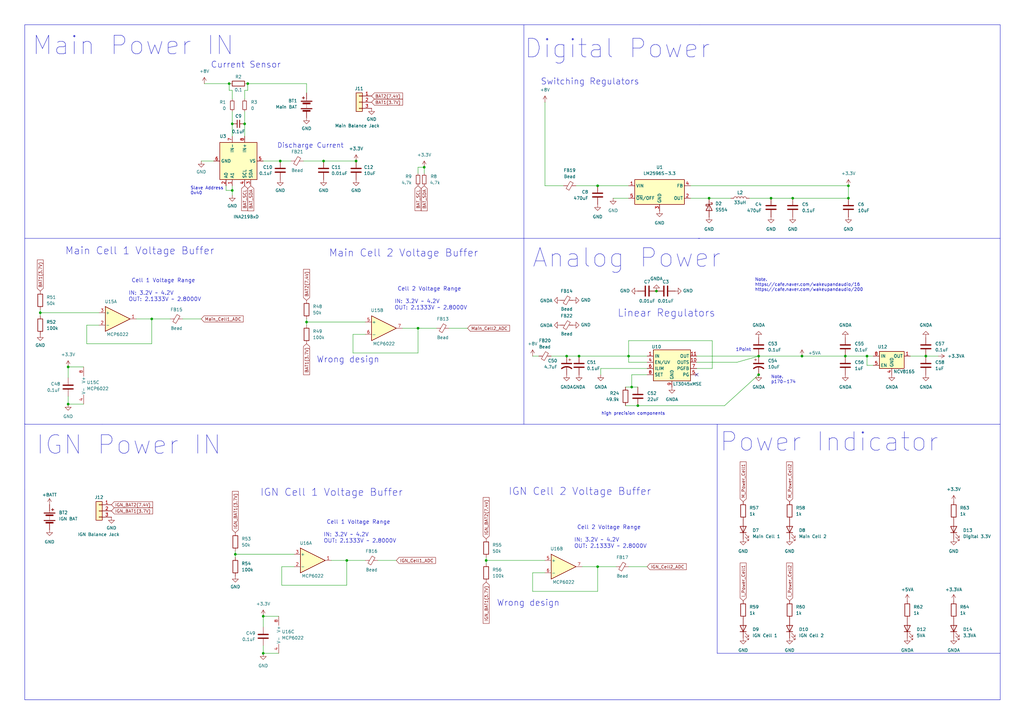
<source format=kicad_sch>
(kicad_sch (version 20231120) (generator "eeschema") (generator_version "8.0")
  (paper "A3")
  (title_block (title "Main Power") (date "2024-08-29") (rev "1.0"))
  (junction (at 269.24 119.38))
  (junction (at 328.93 146.05))
  (junction (at 316.23 81.28))
  (junction (at 62.23 130.81))
  (junction (at 101.6 34.29))
  (junction (at 171.45 134.62))
  (junction (at 95.25 50.8))
  (junction (at 27.94 150.495))
  (junction (at 325.12 81.28))
  (junction (at 346.71 146.05))
  (junction (at 347.98 81.28))
  (junction (at 132.715 66.04))
  (junction (at 173.99 68.58))
  (junction (at 96.52 227.33))
  (junction (at 107.95 252.73))
  (junction (at 347.98 76.2))
  (junction (at 245.11 232.41))
  (junction (at 257.81 146.05))
  (junction (at 114.935 66.04))
  (junction (at 232.41 146.05))
  (junction (at 355.6 146.05))
  (junction (at 290.83 81.28))
  (junction (at 245.11 76.2))
  (junction (at 311.15 153.67))
  (junction (at 125.73 132.08))
  (junction (at 379.73 146.05))
  (junction (at 27.94 165.735))
  (junction (at 95.25 78.105))
  (junction (at 93.98 34.29))
  (junction (at 259.08 158.75))
  (junction (at 261.62 166.37))
  (junction (at 107.95 267.97))
  (junction (at 146.05 66.04))
  (junction (at 142.24 229.87))
  (junction (at 237.49 146.05))
  (junction (at 100.33 50.8))
  (junction (at 199.39 229.87))
  (junction (at 16.51 128.27))
  (junction (at 311.15 146.05))
  (no_connect (at 285.75 153.67))
  (wire (pts (xy 95.25 50.8) (xy 95.25 55.88)))
  (wire (pts (xy 96.52 227.33) (xy 96.52 228.6)))
  (wire (pts (xy 251.46 81.28) (xy 257.81 81.28)))
  (wire (pts (xy 245.11 242.57) (xy 245.11 232.41)))
  (polyline (pts (xy 10.16 200.66) (xy 10.16 287.02)))
  (wire (pts (xy 16.51 128.27) (xy 40.64 128.27)))
  (wire (pts (xy 144.78 137.16) (xy 144.78 144.78)))
  (wire (pts (xy 184.15 134.62) (xy 191.77 134.62)))
  (wire (pts (xy 171.45 71.12) (xy 171.45 68.58)))
  (wire (pts (xy 355.6 149.86) (xy 355.6 146.05)))
  (wire (pts (xy 125.73 130.81) (xy 125.73 132.08)))
  (polyline (pts (xy 286.385 97.79) (xy 410.21 97.79)))
  (wire (pts (xy 95.25 37.084) (xy 93.98 37.084)))
  (wire (pts (xy 92.71 76.2) (xy 92.71 78.105)))
  (wire (pts (xy 328.93 146.05) (xy 346.71 146.05)))
  (wire (pts (xy 16.51 127) (xy 16.51 128.27)))
  (wire (pts (xy 236.22 76.2) (xy 245.11 76.2)))
  (wire (pts (xy 256.54 158.75) (xy 259.08 158.75)))
  (wire (pts (xy 92.71 78.105) (xy 95.25 78.105)))
  (wire (pts (xy 62.23 130.81) (xy 55.88 130.81)))
  (wire (pts (xy 96.52 227.33) (xy 120.65 227.33)))
  (wire (pts (xy 100.33 45.72) (xy 100.33 50.8)))
  (wire (pts (xy 142.24 240.03) (xy 142.24 229.87)))
  (wire (pts (xy 355.6 146.05) (xy 358.14 146.05)))
  (wire (pts (xy 96.52 226.06) (xy 96.52 227.33)))
  (wire (pts (xy 95.25 37.084) (xy 95.25 40.64)))
  (wire (pts (xy 27.94 150.495) (xy 27.94 154.94)))
  (wire (pts (xy 223.52 234.95) (xy 218.44 234.95)))
  (wire (pts (xy 120.65 232.41) (xy 115.57 232.41)))
  (wire (pts (xy 142.24 229.87) (xy 135.89 229.87)))
  (wire (pts (xy 107.95 66.04) (xy 114.935 66.04)))
  (wire (pts (xy 379.73 146.05) (xy 384.81 146.05)))
  (polyline (pts (xy 10.16 173.99) (xy 10.16 173.736)))
  (wire (pts (xy 199.39 228.6) (xy 199.39 229.87)))
  (wire (pts (xy 171.45 68.58) (xy 173.99 68.58)))
  (wire (pts (xy 199.39 229.87) (xy 223.52 229.87)))
  (wire (pts (xy 307.34 81.28) (xy 316.23 81.28)))
  (polyline (pts (xy 41.91 173.99) (xy 214.884 173.99)))
  (wire (pts (xy 100.33 50.8) (xy 100.33 55.88)))
  (wire (pts (xy 245.11 232.41) (xy 252.73 232.41)))
  (wire (pts (xy 246.38 151.13) (xy 265.43 151.13)))
  (polyline (pts (xy 410.21 10.16) (xy 287.02 10.16)))
  (wire (pts (xy 154.94 229.87) (xy 162.56 229.87)))
  (wire (pts (xy 259.08 158.75) (xy 259.08 153.67)))
  (polyline (pts (xy 410.21 97.79) (xy 410.21 10.16)))
  (wire (pts (xy 74.93 130.81) (xy 82.55 130.81)))
  (wire (pts (xy 125.73 34.29) (xy 125.73 38.1)))
  (wire (pts (xy 316.23 81.28) (xy 325.12 81.28)))
  (wire (pts (xy 245.11 76.2) (xy 257.81 76.2)))
  (polyline (pts (xy 214.884 173.99) (xy 410.21 173.99)))
  (wire (pts (xy 347.98 76.2) (xy 347.98 81.28)))
  (wire (pts (xy 107.95 267.97) (xy 107.95 264.795)))
  (wire (pts (xy 132.715 66.04) (xy 146.05 66.04)))
  (wire (pts (xy 27.94 165.735) (xy 27.94 162.56)))
  (wire (pts (xy 259.08 153.67) (xy 265.43 153.67)))
  (wire (pts (xy 35.56 140.97) (xy 62.23 140.97)))
  (wire (pts (xy 358.14 149.86) (xy 355.6 149.86)))
  (wire (pts (xy 149.86 137.16) (xy 144.78 137.16)))
  (wire (pts (xy 283.21 76.2) (xy 347.98 76.2)))
  (wire (pts (xy 16.51 128.27) (xy 16.51 129.54)))
  (wire (pts (xy 82.55 66.04) (xy 87.63 66.04)))
  (wire (pts (xy 290.83 81.28) (xy 299.72 81.28)))
  (wire (pts (xy 40.64 133.35) (xy 35.56 133.35)))
  (wire (pts (xy 232.41 146.05) (xy 237.49 146.05)))
  (wire (pts (xy 226.06 146.05) (xy 232.41 146.05)))
  (polyline (pts (xy 410.21 267.97) (xy 294.132 267.97)))
  (wire (pts (xy 311.15 153.67) (xy 297.18 166.37)))
  (polyline (pts (xy 10.16 10.16) (xy 287.02 10.16)))
  (wire (pts (xy 199.39 229.87) (xy 199.39 231.14)))
  (polyline (pts (xy 10.16 173.99) (xy 10.16 173.736)))
  (wire (pts (xy 257.81 139.7) (xy 257.81 146.05)))
  (wire (pts (xy 124.46 66.04) (xy 132.715 66.04)))
  (wire (pts (xy 125.73 132.08) (xy 125.73 133.35)))
  (wire (pts (xy 223.52 41.91) (xy 223.52 76.2)))
  (wire (pts (xy 292.1 151.13) (xy 292.1 139.7)))
  (wire (pts (xy 62.23 140.97) (xy 62.23 130.81)))
  (wire (pts (xy 95.25 76.2) (xy 95.25 78.105)))
  (wire (pts (xy 257.81 232.41) (xy 265.43 232.41)))
  (wire (pts (xy 285.75 146.05) (xy 311.15 146.05)))
  (wire (pts (xy 256.54 166.37) (xy 261.62 166.37)))
  (wire (pts (xy 114.935 66.04) (xy 119.38 66.04)))
  (wire (pts (xy 101.6 34.29) (xy 125.73 34.29)))
  (wire (pts (xy 218.44 234.95) (xy 218.44 242.57)))
  (wire (pts (xy 95.25 78.105) (xy 95.25 80.01)))
  (wire (pts (xy 95.25 45.72) (xy 95.25 50.8)))
  (wire (pts (xy 27.94 165.735) (xy 34.29 165.735)))
  (wire (pts (xy 171.45 144.78) (xy 171.45 134.62)))
  (wire (pts (xy 83.82 34.29) (xy 93.98 34.29)))
  (wire (pts (xy 218.44 242.57) (xy 245.11 242.57)))
  (wire (pts (xy 62.23 130.81) (xy 69.85 130.81)))
  (wire (pts (xy 261.62 166.37) (xy 297.18 166.37)))
  (wire (pts (xy 246.38 151.13) (xy 246.38 153.67)))
  (polyline (pts (xy 10.16 287.02) (xy 410.21 287.02)))
  (wire (pts (xy 101.6 37.084) (xy 101.6 34.29)))
  (polyline (pts (xy 10.16 10.16) (xy 10.16 200.66)))
  (wire (pts (xy 259.08 158.75) (xy 261.62 158.75)))
  (polyline (pts (xy 41.91 173.99) (xy 10.16 173.99)))
  (wire (pts (xy 107.95 252.73) (xy 114.3 252.73)))
  (wire (pts (xy 107.95 252.73) (xy 107.95 257.175)))
  (wire (pts (xy 285.75 151.13) (xy 292.1 151.13)))
  (wire (pts (xy 173.99 68.58) (xy 173.99 71.12)))
  (wire (pts (xy 325.12 81.28) (xy 347.98 81.28)))
  (wire (pts (xy 257.81 148.59) (xy 257.81 146.05)))
  (wire (pts (xy 115.57 240.03) (xy 142.24 240.03)))
  (wire (pts (xy 346.71 146.05) (xy 355.6 146.05)))
  (wire (pts (xy 245.11 232.41) (xy 238.76 232.41)))
  (wire (pts (xy 100.33 37.084) (xy 100.33 40.64)))
  (wire (pts (xy 237.49 146.05) (xy 257.81 146.05)))
  (polyline (pts (xy 294.132 267.97) (xy 294.132 173.99)))
  (wire (pts (xy 218.44 146.05) (xy 220.98 146.05)))
  (wire (pts (xy 171.45 134.62) (xy 165.1 134.62)))
  (polyline (pts (xy 10.16 97.79) (xy 287.02 97.79)))
  (wire (pts (xy 125.73 132.08) (xy 149.86 132.08)))
  (wire (pts (xy 311.15 146.05) (xy 328.93 146.05)))
  (wire (pts (xy 292.1 139.7) (xy 257.81 139.7)))
  (wire (pts (xy 373.38 146.05) (xy 379.73 146.05)))
  (wire (pts (xy 35.56 133.35) (xy 35.56 140.97)))
  (wire (pts (xy 231.14 76.2) (xy 223.52 76.2)))
  (wire (pts (xy 265.43 148.59) (xy 257.81 148.59)))
  (wire (pts (xy 311.15 146.05) (xy 302.26 148.59)))
  (wire (pts (xy 142.24 229.87) (xy 149.86 229.87)))
  (wire (pts (xy 115.57 232.41) (xy 115.57 240.03)))
  (wire (pts (xy 283.21 81.28) (xy 290.83 81.28)))
  (polyline (pts (xy 410.21 287.02) (xy 410.21 97.79)))
  (wire (pts (xy 144.78 144.78) (xy 171.45 144.78)))
  (wire (pts (xy 27.94 150.495) (xy 34.29 150.495)))
  (wire (pts (xy 171.45 134.62) (xy 179.07 134.62)))
  (wire (pts (xy 100.33 37.084) (xy 101.6 37.084)))
  (wire (pts (xy 107.95 267.97) (xy 114.3 267.97)))
  (wire (pts (xy 257.81 146.05) (xy 265.43 146.05)))
  (wire (pts (xy 285.75 148.59) (xy 302.26 148.59)))
  (wire (pts (xy 93.98 37.084) (xy 93.98 34.29)))
  (polyline (pts (xy 214.884 10.16) (xy 214.884 173.99)))
  (text "IGN Cell 2 Voltage Buffer" (at 208.534 203.454 0) (effects (font (size 3 3)) (justify left bottom)))
  (text "Digital Power" (at 253.238 20.066 0) (effects (font (size 7.62 7.62))))
  (text " Cell 1 Voltage Range\n\nIN: 3.2V ~ 4.2V\nOUT: 2.1333V ~ 2.8000V" (at 52.705 123.825 0) (effects (font (size 1.6 1.6)) (justify left bottom)))
  (text " Cell 2 Voltage Range\n\nIN: 3.2V ~ 4.2V\nOUT: 2.1333V ~ 2.8000V" (at 235.458 225.044 0) (effects (font (size 1.6 1.6)) (justify left bottom)))
  (text "1Point" (at 301.752 144.272 0) (effects (font (size 1.27 1.27)) (justify left bottom)))
  (text "IGN Power IN" (at 52.832 182.626 0) (effects (font (size 7.62 7.62))))
  (text "Main Cell 1 Voltage Buffer" (at 26.67 104.775 0) (effects (font (size 3 3)) (justify left bottom)))
  (text "Linear Regulators" (at 253.238 130.302 0) (effects (font (size 3 3)) (justify left bottom)))
  (text "Wrong design" (at 142.748 147.574 0) (effects (font (size 2.54 2.54))))
  (text "Slave Address\n0x40" (at 78.105 80.01 0) (effects (font (size 1.27 1.27)) (justify left bottom)))
  (text "Note.\nhttps://cafe.naver.com/wakeupandaudio/16\nhttps://cafe.naver.com/wakeupandaudio/200" (at 309.626 119.634 0) (effects (font (size 1.27 1.27)) (justify left bottom)))
  (text " Cell 1 Voltage Range\n\nIN: 3.2V ~ 4.2V\nOUT: 2.1333V ~ 2.8000V" (at 132.715 222.885 0) (effects (font (size 1.6 1.6)) (justify left bottom)))
  (text " Cell 2 Voltage Range\n\nIN: 3.2V ~ 4.2V\nOUT: 2.1333V ~ 2.8000V" (at 161.798 127.254 0) (effects (font (size 1.6 1.6)) (justify left bottom)))
  (text "Wrong design" (at 216.662 247.396 0) (effects (font (size 2.54 2.54))))
  (text "IGN Cell 1 Voltage Buffer" (at 106.68 203.835 0) (effects (font (size 3 3)) (justify left bottom)))
  (text "high precision components" (at 246.634 170.434 0) (effects (font (size 1.27 1.27)) (justify left bottom)))
  (text "Power Indicator" (at 340.106 181.356 0) (effects (font (size 7.62 7.62))))
  (text "Main Cell 2 Voltage Buffer" (at 134.874 105.664 0) (effects (font (size 3 3)) (justify left bottom)))
  (text "Switching Regulators" (at 221.742 35.052 0) (effects (font (size 2.54 2.54)) (justify left bottom)))
  (text "Discharge Current" (at 113.665 60.96 0) (effects (font (size 2 2)) (justify left bottom)))
  (text "Note.\np170-174" (at 316.23 157.48 0) (effects (font (size 1.27 1.27)) (justify left bottom)))
  (text "Analog Power" (at 257.048 105.918 0) (effects (font (size 7.62 7.62))))
  (text "Main Power IN" (at 54.61 18.796 0) (effects (font (size 7.62 7.62))))
  (text "Current Sensor" (at 100.838 26.67 0) (effects (font (size 2.54 2.54))))
  (global_label "M_Power_Cell2" (shape input) (at 323.85 205.74 90) (property "Intersheetrefs" "${INTERSHEET_REFS}" (effects (hide yes))))
  (global_label "IGN_BAT1(3.7V)" (shape input) (at 199.39 238.76 270) (property "Intersheetrefs" "${INTERSHEET_REFS}" (effects (hide yes))))
  (global_label "BAT_SCL" (shape input) (at 171.45 76.2 270) (property "Intersheetrefs" "${INTERSHEET_REFS}" (effects (hide yes))))
  (global_label "I_Power_Cell1" (shape input) (at 304.8 246.38 90) (property "Intersheetrefs" "${INTERSHEET_REFS}" (effects (hide yes))))
  (global_label "IGN_BAT1(3.7V)" (shape input) (at 45.72 209.55 0) (property "Intersheetrefs" "${INTERSHEET_REFS}" (effects (hide yes))))
  (global_label "BAT1(3.7V)" (shape input) (at 16.51 119.38 90) (property "Intersheetrefs" "${INTERSHEET_REFS}" (effects (hide yes))))
  (global_label "BAT2(7.4V)" (shape input) (at 125.73 123.19 90) (property "Intersheetrefs" "${INTERSHEET_REFS}" (effects (hide yes))))
  (global_label "I_Power_Cell2" (shape input) (at 323.85 246.38 90) (property "Intersheetrefs" "${INTERSHEET_REFS}" (effects (hide yes))))
  (global_label "BAT_SDA" (shape input) (at 102.87 76.2 270) (property "Intersheetrefs" "${INTERSHEET_REFS}" (effects (hide yes))))
  (global_label "IGN_BAT2(7.4V)" (shape input) (at 45.72 207.01 0) (property "Intersheetrefs" "${INTERSHEET_REFS}" (effects (hide yes))))
  (global_label "BAT1(3.7V)" (shape input) (at 125.73 140.97 270) (property "Intersheetrefs" "${INTERSHEET_REFS}" (effects (hide yes))))
  (global_label "BAT_SDA" (shape input) (at 173.99 76.2 270) (property "Intersheetrefs" "${INTERSHEET_REFS}" (effects (hide yes))))
  (global_label "IGN_BAT2(7.4V)" (shape input) (at 199.39 220.98 90) (property "Intersheetrefs" "${INTERSHEET_REFS}" (effects (hide yes))))
  (global_label "IGN_Cell2_ADC" (shape input) (at 265.43 232.41 0) (property "Intersheetrefs" "${INTERSHEET_REFS}" (effects (hide yes))))
  (global_label "BAT1(3.7V)" (shape input) (at 152.4 41.91 0) (property "Intersheetrefs" "${INTERSHEET_REFS}" (effects (hide yes))))
  (global_label "Main_Cell2_ADC" (shape input) (at 191.77 134.62 0) (property "Intersheetrefs" "${INTERSHEET_REFS}" (effects (hide yes))))
  (global_label "IGN_Cell1_ADC" (shape input) (at 162.56 229.87 0) (property "Intersheetrefs" "${INTERSHEET_REFS}" (effects (hide yes))))
  (global_label "M_Power_Cell1" (shape input) (at 304.8 205.74 90) (property "Intersheetrefs" "${INTERSHEET_REFS}" (effects (hide yes))))
  (global_label "Main_Cell1_ADC" (shape input) (at 82.55 130.81 0) (property "Intersheetrefs" "${INTERSHEET_REFS}" (effects (hide yes))))
  (global_label "BAT2(7.4V)" (shape input) (at 152.4 39.37 0) (property "Intersheetrefs" "${INTERSHEET_REFS}" (effects (hide yes))))
  (global_label "IGN_BAT1(3.7V)" (shape input) (at 96.52 218.44 90) (property "Intersheetrefs" "${INTERSHEET_REFS}" (effects (hide yes))))
  (global_label "BAT_SCL" (shape input) (at 100.33 76.2 270) (property "Intersheetrefs" "${INTERSHEET_REFS}" (effects (hide yes))))
  (symbol (lib_id "power:GND") (at 391.16 220.98 0) (unit 1)
    (property "Reference" "#PWR0185" (effects (hide yes)))
    (property "Value" "GND" (at 391.16 226.06 0))
    (property "Description" "Power symbol creates a global label with name \"GND\" , ground" (effects (hide yes)))
  )
  (symbol (lib_id "power:GND") (at 96.52 236.22 0) (unit 1)
    (property "Reference" "#PWR0141" (effects (hide yes)))
    (property "Value" "GND" (at 96.52 240.665 0))
  )
  (symbol (lib_id "power:+8V") (at 223.52 41.91 0) (unit 1)
    (property "Reference" "#PWR019" (effects (hide yes)))
    (property "Value" "+8V" (at 223.52 36.83 0))
    (property "Description" "Power symbol creates a global label with name \"+8V\"" (effects (hide yes)))
  )
  (symbol (lib_id "Device:Ferrite_Bead_Small") (at 232.41 133.35 270) (unit 1)
    (property "Reference" "FB22" (at 232.41 129.54 90))
    (property "Value" "Bead" (at 232.41 136.906 90))
    (property "Footprint" "Inductor_SMD:L_0805_2012Metric" (effects (hide yes)))
  )
  (symbol (lib_id "Device:LED") (at 323.85 257.81 90) (unit 1)
    (property "Reference" "D10" (at 327.66 258.1274 90) (effects (justify right)))
    (property "Value" "IGN Cell 2" (at 327.66 260.6674 90) (effects (justify right)))
    (property "Footprint" "LED_SMD:LED_0805_2012Metric" (effects (hide yes)))
    (property "Description" "Light emitting diode" (effects (hide yes)))
  )
  (symbol (lib_id "power:GND") (at 304.8 261.62 0) (unit 1)
    (property "Reference" "#PWR0161" (effects (hide yes)))
    (property "Value" "GND" (at 304.8 266.7 0))
    (property "Description" "Power symbol creates a global label with name \"GND\" , ground" (effects (hide yes)))
  )
  (symbol (lib_id "Amplifier_Operational:MCP6022") (at 231.14 232.41 0) (unit 2)
    (property "Reference" "U16" (at 228.346 225.044 0))
    (property "Value" "MCP6022" (at 231.14 238.76 0))
    (property "Footprint" "Package_SO:SOIC-8_3.9x4.9mm_P1.27mm" (effects (hide yes)))
    (property "Datasheet" "http://ww1.microchip.com/downloads/en/devicedoc/20001685e.pdf" (effects (hide yes)))
    (property "Description" "Dual Operational Amplifiers, Rail-to-Rail Input/Output, DIP-8/SOIC-8/TSSOP-8" (effects (hide yes)))
  )
  (symbol (lib_id "power:+3.3V") (at 146.05 66.04 0) (unit 1)
    (property "Reference" "#PWR024" (effects (hide yes)))
    (property "Value" "+3.3V" (at 146.05 60.96 0))
  )
  (symbol (lib_id "power:GNDA") (at 232.41 153.67 0) (mirror y) (unit 1)
    (property "Reference" "#PWR0103" (effects (hide yes)))
    (property "Value" "GNDA" (at 232.41 158.75 0))
  )
  (symbol (lib_id "power:GNDA") (at 311.15 153.67 0) (unit 1)
    (property "Reference" "#PWR0108" (effects (hide yes)))
    (property "Value" "GNDA" (at 311.15 158.75 0))
  )
  (symbol (lib_id "power:+5VA") (at 372.11 246.38 0) (unit 1)
    (property "Reference" "#PWR0187" (effects (hide yes)))
    (property "Value" "+5VA" (at 369.57 241.808 0) (effects (justify left)))
    (property "Description" "Power symbol creates a global label with name \"+5VA\"" (effects (hide yes)))
  )
  (symbol (lib_id "Amplifier_Operational:MCP6022") (at 116.84 260.35 0) (unit 3)
    (property "Reference" "U16" (at 115.57 259.0799 0) (effects (justify left)))
    (property "Value" "MCP6022" (at 115.57 261.6199 0) (effects (justify left)))
    (property "Footprint" "Package_SO:SOIC-8_3.9x4.9mm_P1.27mm" (effects (hide yes)))
    (property "Datasheet" "http://ww1.microchip.com/downloads/en/devicedoc/20001685e.pdf" (effects (hide yes)))
    (property "Description" "Dual Operational Amplifiers, Rail-to-Rail Input/Output, DIP-8/SOIC-8/TSSOP-8" (effects (hide yes)))
  )
  (symbol (lib_id "Device:LED") (at 304.8 257.81 90) (unit 1)
    (property "Reference" "D9" (at 308.61 258.1274 90) (effects (justify right)))
    (property "Value" "IGN Cell 1" (at 308.61 260.6674 90) (effects (justify right)))
    (property "Footprint" "LED_SMD:LED_0805_2012Metric" (effects (hide yes)))
    (property "Description" "Light emitting diode" (effects (hide yes)))
  )
  (symbol (lib_id "Device:R") (at 125.73 127 0) (unit 1)
    (property "Reference" "R48" (at 128.27 125.7299 0) (effects (justify left)))
    (property "Value" "50k" (at 128.27 128.2699 0) (effects (justify left)))
    (property "Footprint" "Resistor_SMD:R_0805_2012Metric" (effects (hide yes)))
  )
  (symbol (lib_id "Amplifier_Operational:MCP6022") (at 36.83 158.115 0) (unit 3)
    (property "Reference" "U15" (at 35.56 156.8449 0) (effects (justify left)))
    (property "Value" "MCP6022" (at 35.56 159.3849 0) (effects (justify left)))
    (property "Footprint" "Package_SO:SOIC-8_3.9x4.9mm_P1.27mm" (effects (hide yes)))
    (property "Datasheet" "http://ww1.microchip.com/downloads/en/devicedoc/20001685e.pdf" (effects (hide yes)))
    (property "Description" "Dual Operational Amplifiers, Rail-to-Rail Input/Output, DIP-8/SOIC-8/TSSOP-8" (effects (hide yes)))
  )
  (symbol (lib_id "Device:FerriteBead_Small") (at 121.92 66.04 90) (unit 1)
    (property "Reference" "FB21" (at 121.92 62.23 90))
    (property "Value" "Bead" (at 121.92 69.85 90))
    (property "Footprint" "Inductor_SMD:L_0805_2012Metric" (effects (hide yes)))
  )
  (symbol (lib_id "Device:C") (at 379.73 149.86 0) (unit 1)
    (property "Reference" "C58" (at 383.54 148.5899 0) (effects (justify left)))
    (property "Value" "1uF" (at 383.54 151.1299 0) (effects (justify left)))
    (property "Footprint" "Capacitor_SMD:C_0805_2012Metric" (effects (hide yes)))
  )
  (symbol (lib_id "Device:R") (at 304.8 250.19 0) (unit 1)
    (property "Reference" "R59" (at 307.34 248.9199 0) (effects (justify left)))
    (property "Value" "1k" (at 307.34 251.4599 0) (effects (justify left)))
    (property "Footprint" "Resistor_SMD:R_0805_2012Metric" (effects (hide yes)))
    (property "Description" "Resistor" (effects (hide yes)))
  )
  (symbol (lib_id "power:GND") (at 245.11 83.82 0) (unit 1)
    (property "Reference" "#PWR018" (effects (hide yes)))
    (property "Value" "GND" (at 245.11 88.9 0))
    (property "Description" "Power symbol creates a global label with name \"GND\" , ground" (effects (hide yes)))
  )
  (symbol (lib_id "Device:R") (at 391.16 250.19 0) (unit 1)
    (property "Reference" "R64" (at 393.7 248.9199 0) (effects (justify left)))
    (property "Value" "1k" (at 393.7 251.4599 0) (effects (justify left)))
    (property "Footprint" "Resistor_SMD:R_0805_2012Metric" (effects (hide yes)))
    (property "Description" "Resistor" (effects (hide yes)))
  )
  (symbol (lib_id "Device:R") (at 256.54 162.56 0) (mirror x) (unit 1)
    (property "Reference" "R24" (at 254 161.2899 0) (effects (justify right)))
    (property "Value" "49.9k" (at 254 163.8299 0) (effects (justify right)))
    (property "Footprint" "Resistor_SMD:R_0805_2012Metric" (effects (hide yes)))
  )
  (symbol (lib_id "power:GND") (at 20.32 217.17 0) (unit 1)
    (property "Reference" "#PWR027" (effects (hide yes)))
    (property "Value" "GND" (at 20.32 222.25 0))
    (property "Description" "Power symbol creates a global label with name \"GND\" , ground" (effects (hide yes)))
  )
  (symbol (lib_id "Device:C") (at 265.43 119.38 270) (mirror x) (unit 1)
    (property "Reference" "C7" (at 265.43 115.57 90))
    (property "Value" "0.01uF" (at 265.43 123.444 90))
    (property "Footprint" "Capacitor_SMD:C_0805_2012Metric" (effects (hide yes)))
  )
  (symbol (lib_id "Device:R") (at 391.16 209.55 0) (unit 1)
    (property "Reference" "R63" (at 393.7 208.2799 0) (effects (justify left)))
    (property "Value" "1k" (at 393.7 210.8199 0) (effects (justify left)))
    (property "Footprint" "Resistor_SMD:R_0805_2012Metric" (effects (hide yes)))
    (property "Description" "Resistor" (effects (hide yes)))
  )
  (symbol (lib_id "power:+3.3V") (at 173.99 68.58 0) (unit 1)
    (property "Reference" "#PWR03" (effects (hide yes)))
    (property "Value" "+3.3V" (at 173.99 63.5 0))
  )
  (symbol (lib_id "power:+8V") (at 218.44 146.05 0) (unit 1)
    (property "Reference" "#PWR0110" (effects (hide yes)))
    (property "Value" "+8V" (at 218.44 140.97 0))
    (property "Description" "Power symbol creates a global label with name \"+8V\"" (effects (hide yes)))
  )
  (symbol (lib_id "Device:C") (at 347.98 85.09 0) (unit 1)
    (property "Reference" "C6" (at 351.79 83.8199 0) (effects (justify left)))
    (property "Value" "10uF" (at 351.79 86.3599 0) (effects (justify left)))
    (property "Footprint" "Capacitor_SMD:C_1210_3225Metric" (effects (hide yes)))
    (property "Description" "Unpolarized capacitor" (effects (hide yes)))
  )
  (symbol (lib_id "power:GND") (at 27.94 165.735 0) (unit 1)
    (property "Reference" "#PWR0144" (effects (hide yes)))
    (property "Value" "GND" (at 27.94 170.815 0))
  )
  (symbol (lib_id "nixie-cache:GND") (at 82.55 66.04 0) (unit 1)
    (property "Reference" "#PWR020" (effects (hide yes)))
    (property "Value" "GND" (at 82.55 70.485 0))
  )
  (symbol (lib_id "Device:C") (at 346.71 142.24 0) (unit 1)
    (property "Reference" "C55" (at 350.52 140.9699 0) (effects (justify left)))
    (property "Value" "0.1uF" (at 350.52 143.5099 0) (effects (justify left)))
    (property "Footprint" "Capacitor_SMD:C_0805_2012Metric" (effects (hide yes)))
  )
  (symbol (lib_id "Connector_Generic:Conn_01x03") (at 40.64 209.55 0) (mirror y) (unit 1)
    (property "Reference" "J12" (at 42.418 203.962 0) (effects (justify left)))
    (property "Value" "IGN Balance Jack" (at 49.022 219.202 0) (effects (justify left)))
    (property "Footprint" "Connector:FanPinHeader_1x03_P2.54mm_Vertical" (effects (hide yes)))
  )
  (symbol (lib_id "Device:C") (at 237.49 149.86 0) (unit 1)
    (property "Reference" "C51" (at 240.665 148.5899 0) (effects (justify left)))
    (property "Value" "0.1uF" (at 240.665 151.1299 0) (effects (justify left)))
    (property "Footprint" "Capacitor_SMD:C_0805_2012Metric" (effects (hide yes)))
  )
  (symbol (lib_id "Device:R") (at 97.79 34.29 90) (unit 1)
    (property "Reference" "R2" (at 97.79 31.496 90))
    (property "Value" "0.1" (at 97.79 36.83 90))
    (property "Footprint" "Package_TO_SOT_THT:TO-126-2_Horizontal_TabDown" (effects (hide yes)))
  )
  (symbol (lib_id "nixie-cache:GND") (at 95.25 80.01 0) (unit 1)
    (property "Reference" "#PWR026" (effects (hide yes)))
    (property "Value" "GND" (at 95.25 84.455 0))
  )
  (symbol (lib_id "Device:C") (at 261.62 162.56 0) (unit 1)
    (property "Reference" "C52" (at 265.43 161.2899 0) (effects (justify left)))
    (property "Value" "22uF" (at 265.43 163.8299 0) (effects (justify left)))
    (property "Footprint" "Capacitor_SMD:C_0805_2012Metric" (effects (hide yes)))
  )
  (symbol (lib_id "Device:Ferrite_Bead_Small") (at 232.41 123.19 270) (unit 1)
    (property "Reference" "FB14" (at 232.41 119.38 90))
    (property "Value" "Bead" (at 232.41 126.746 90))
    (property "Footprint" "Inductor_SMD:L_0805_2012Metric" (effects (hide yes)))
  )
  (symbol (lib_id "Device:R_Small") (at 171.45 73.66 0) (mirror y) (unit 1)
    (property "Reference" "R9" (at 168.91 72.3899 0) (effects (justify left)))
    (property "Value" "4.7k" (at 168.91 74.9299 0) (effects (justify left)))
    (property "Footprint" "Resistor_SMD:R_0805_2012Metric" (effects (hide yes)))
  )
  (symbol (lib_id "Regulator_Switching:LM2596S-3.3") (at 270.51 78.74 0) (unit 1)
    (property "Reference" "U1" (at 270.51 68.58 0))
    (property "Value" "LM2596S-3.3" (at 270.51 71.12 0))
    (property "Footprint" "Package_TO_SOT_SMD:TO-263-5_TabPin3" (effects (hide yes)))
    (property "Datasheet" "http://www.ti.com/lit/ds/symlink/lm2596.pdf" (effects (hide yes)))
    (property "Description" "3.3V 3A Step-Down Voltage Regulator, TO-263" (effects (hide yes)))
  )
  (symbol (lib_id "power:GNDA") (at 246.38 153.67 0) (unit 1)
    (property "Reference" "#PWR0105" (effects (hide yes)))
    (property "Value" "GNDA" (at 246.38 158.75 0))
  )
  (symbol (lib_id "Device:C") (at 114.935 69.85 0) (mirror y) (unit 1)
    (property "Reference" "C10" (at 111.76 68.5799 0) (effects (justify left)))
    (property "Value" "0.1uF" (at 111.76 71.1199 0) (effects (justify left)))
    (property "Footprint" "Capacitor_SMD:C_0805_2012Metric" (effects (hide yes)))
  )
  (symbol (lib_id "power:GND") (at 276.86 119.38 90) (unit 1)
    (property "Reference" "#PWR017" (effects (hide yes)))
    (property "Value" "GND" (at 280.1112 119.253 90) (effects (justify right)))
  )
  (symbol (lib_id "power:GNDA") (at 275.59 158.75 0) (unit 1)
    (property "Reference" "#PWR0106" (effects (hide yes)))
    (property "Value" "GNDA" (at 275.59 163.83 0))
  )
  (symbol (lib_id "Device:R") (at 96.52 222.25 0) (unit 1)
    (property "Reference" "R53" (at 99.06 220.9799 0) (effects (justify left)))
    (property "Value" "50k" (at 99.06 223.5199 0) (effects (justify left)))
    (property "Footprint" "Resistor_SMD:R_0805_2012Metric" (effects (hide yes)))
  )
  (symbol (lib_id "Amplifier_Operational:MCP6022") (at 48.26 130.81 0) (unit 1)
    (property "Reference" "U15" (at 45.466 123.698 0))
    (property "Value" "MCP6022" (at 48.26 137.16 0))
    (property "Footprint" "Package_SO:SOIC-8_3.9x4.9mm_P1.27mm" (effects (hide yes)))
    (property "Datasheet" "http://ww1.microchip.com/downloads/en/devicedoc/20001685e.pdf" (effects (hide yes)))
    (property "Description" "Dual Operational Amplifiers, Rail-to-Rail Input/Output, DIP-8/SOIC-8/TSSOP-8" (effects (hide yes)))
  )
  (symbol (lib_id "Device:R") (at 199.39 224.79 0) (unit 1)
    (property "Reference" "R55" (at 201.93 223.5199 0) (effects (justify left)))
    (property "Value" "50k" (at 201.93 226.0599 0) (effects (justify left)))
    (property "Footprint" "Resistor_SMD:R_0805_2012Metric" (effects (hide yes)))
  )
  (symbol (lib_id "Connector_Generic:Conn_01x03") (at 147.32 41.91 0) (mirror y) (unit 1)
    (property "Reference" "J11" (at 149.098 36.322 0) (effects (justify left)))
    (property "Value" "Main Balance Jack" (at 155.702 51.562 0) (effects (justify left)))
    (property "Footprint" "Connector:FanPinHeader_1x03_P2.54mm_Vertical" (effects (hide yes)))
  )
  (symbol (lib_id "Device:R") (at 199.39 234.95 0) (unit 1)
    (property "Reference" "R56" (at 201.93 233.6799 0) (effects (justify left)))
    (property "Value" "100k" (at 201.93 236.2199 0) (effects (justify left)))
    (property "Footprint" "Resistor_SMD:R_0805_2012Metric" (effects (hide yes)))
  )
  (symbol (lib_id "power:GNDA") (at 379.73 153.67 0) (mirror y) (unit 1)
    (property "Reference" "#PWR0116" (effects (hide yes)))
    (property "Value" "GNDA" (at 379.73 158.75 0))
  )
  (symbol (lib_id "nixie-cache:GND") (at 125.73 48.26 0) (mirror y) (unit 1)
    (property "Reference" "#PWR02" (effects (hide yes)))
    (property "Value" "GND" (at 125.73 52.705 0))
  )
  (symbol (lib_id "Device:LED") (at 304.8 217.17 90) (unit 1)
    (property "Reference" "D7" (at 308.61 217.4874 90) (effects (justify right)))
    (property "Value" "Main Cell 1" (at 308.61 220.0274 90) (effects (justify right)))
    (property "Footprint" "LED_SMD:LED_0805_2012Metric" (effects (hide yes)))
    (property "Description" "Light emitting diode" (effects (hide yes)))
  )
  (symbol (lib_id "Device:Battery") (at 125.73 43.18 0) (mirror y) (unit 1)
    (property "Reference" "BT1" (at 121.92 41.3384 0) (effects (justify left)))
    (property "Value" "Main BAT" (at 121.92 43.8784 0) (effects (justify left)))
    (property "Footprint" "Connector_AMASS:AMASS_XT60-F_1x02_P7.20mm_Vertical" (effects (hide yes)))
    (property "Description" "Multiple-cell battery" (effects (hide yes)))
  )
  (symbol (lib_id "power:GNDA") (at 229.87 123.19 270) (unit 1)
    (property "Reference" "#PWR0119" (effects (hide yes)))
    (property "Value" "GNDA" (at 226.6442 123.317 90) (effects (justify right)))
  )
  (symbol (lib_id "power:+3.3V") (at 27.94 150.495 0) (unit 1)
    (property "Reference" "#PWR0143" (effects (hide yes)))
    (property "Value" "+3.3V" (at 27.94 145.415 0))
  )
  (symbol (lib_id "Device:L") (at 303.53 81.28 90) (unit 1)
    (property "Reference" "L2" (at 303.53 78.994 90))
    (property "Value" "33uH" (at 303.53 83.058 90))
    (property "Footprint" "Inductor_SMD:L_12x12mm_H8mm" (effects (hide yes)))
    (property "Description" "Inductor" (effects (hide yes)))
  )
  (symbol (lib_id "Device:R_Small") (at 95.25 43.18 0) (mirror x) (unit 1)
    (property "Reference" "R1" (at 92.71 41.9099 0) (effects (justify right)))
    (property "Value" "0" (at 92.71 44.4499 0) (effects (justify right)))
    (property "Footprint" "Resistor_SMD:R_0805_2012Metric" (effects (hide yes)))
  )
  (symbol (lib_id "Device:C") (at 325.12 85.09 0) (unit 1)
    (property "Reference" "C5" (at 328.93 83.8199 0) (effects (justify left)))
    (property "Value" "0.1uF" (at 328.93 86.3599 0) (effects (justify left)))
    (property "Footprint" "Capacitor_SMD:C_0805_2012Metric" (effects (hide yes)))
    (property "Description" "Unpolarized capacitor" (effects (hide yes)))
  )
  (symbol (lib_id "Device:C_Small") (at 97.79 50.8 90) (unit 1)
    (property "Reference" "C9" (at 97.79 47.625 90))
    (property "Value" "0.1uF" (at 97.79 53.975 90))
    (property "Footprint" "Capacitor_SMD:C_0805_2012Metric" (effects (hide yes)))
  )
  (symbol (lib_id "power:+8V") (at 83.82 34.29 0) (unit 1)
    (property "Reference" "#PWR021" (effects (hide yes)))
    (property "Value" "+8V" (at 83.82 29.21 0))
    (property "Description" "Power symbol creates a global label with name \"+8V\"" (effects (hide yes)))
  )
  (symbol (lib_id "power:GND") (at 323.85 220.98 0) (unit 1)
    (property "Reference" "#PWR0160" (effects (hide yes)))
    (property "Value" "GND" (at 323.85 226.06 0))
    (property "Description" "Power symbol creates a global label with name \"GND\" , ground" (effects (hide yes)))
  )
  (symbol (lib_id "power:GNDA") (at 346.71 138.43 0) (mirror x) (unit 1)
    (property "Reference" "#PWR0112" (effects (hide yes)))
    (property "Value" "GNDA" (at 346.71 133.35 0))
  )
  (symbol (lib_id "nixie-cache:GND") (at 114.935 73.66 0) (mirror y) (unit 1)
    (property "Reference" "#PWR022" (effects (hide yes)))
    (property "Value" "GND" (at 114.935 78.105 0))
  )
  (symbol (lib_id "power:GND") (at 304.8 220.98 0) (unit 1)
    (property "Reference" "#PWR0159" (effects (hide yes)))
    (property "Value" "GND" (at 304.8 226.06 0))
    (property "Description" "Power symbol creates a global label with name \"GND\" , ground" (effects (hide yes)))
  )
  (symbol (lib_id "MY_LDO:NCV8165") (at 365.76 147.32 0) (unit 1)
    (property "Reference" "U12" (at 361.95 142.24 0))
    (property "Value" "NCV8165" (at 370.84 152.4 0))
    (property "Footprint" "Package_DFN_QFN:DFN-8-1EP_3x3mm_P0.65mm_EP1.55x2.4mm" (effects (hide yes)))
    (property "Datasheet" "https://www.mouser.kr/datasheet/2/308/1/NCV8165_D-2317572.pdf" (effects (hide yes)))
  )
  (symbol (lib_id "power:GNDA") (at 237.49 153.67 0) (unit 1)
    (property "Reference" "#PWR0104" (effects (hide yes)))
    (property "Value" "GNDA" (at 237.49 158.75 0))
  )
  (symbol (lib_id "Analog_ADC:INA219BxD") (at 97.79 66.04 270) (unit 1)
    (property "Reference" "U3" (at 91.44 55.88 90))
    (property "Value" "INA219BxD" (at 100.965 88.9 90))
    (property "Footprint" "Package_SO:SOIC-8_3.9x4.9mm_P1.27mm" (effects (hide yes)))
    (property "Datasheet" "http://www.ti.com/lit/ds/symlink/ina219.pdf" (effects (hide yes)))
  )
  (symbol (lib_id "Device:FerriteBead_Small") (at 255.27 232.41 90) (unit 1)
    (property "Reference" "FB17" (at 255.27 228.6 90))
    (property "Value" "Bead" (at 255.27 236.22 90))
    (property "Footprint" "Inductor_SMD:L_0805_2012Metric" (effects (hide yes)))
  )
  (symbol (lib_id "Device:LED") (at 372.11 257.81 90) (unit 1)
    (property "Reference" "D12" (at 375.92 258.1274 90) (effects (justify right)))
    (property "Value" "5VA" (at 375.92 260.6674 90) (effects (justify right)))
    (property "Footprint" "LED_SMD:LED_0805_2012Metric" (effects (hide yes)))
    (property "Description" "Light emitting diode" (effects (hide yes)))
  )
  (symbol (lib_id "power:GND") (at 347.98 88.9 0) (unit 1)
    (property "Reference" "#PWR014" (effects (hide yes)))
    (property "Value" "GND" (at 347.98 93.98 0))
    (property "Description" "Power symbol creates a global label with name \"GND\" , ground" (effects (hide yes)))
  )
  (symbol (lib_id "Device:C_Polarized_US") (at 232.41 149.86 0) (mirror y) (unit 1)
    (property "Reference" "C50" (at 228.6 147.9549 0) (effects (justify left)))
    (property "Value" "4.7uF" (at 228.6 150.4949 0) (effects (justify left)))
    (property "Footprint" "Capacitor_SMD:C_0805_2012Metric" (effects (hide yes)))
  )
  (symbol (lib_id "power:GND") (at 107.95 267.97 0) (unit 1)
    (property "Reference" "#PWR0146" (effects (hide yes)))
    (property "Value" "GND" (at 107.95 273.05 0))
  )
  (symbol (lib_id "Device:R") (at 16.51 133.35 0) (unit 1)
    (property "Reference" "R52" (at 19.05 132.0799 0) (effects (justify left)))
    (property "Value" "100k" (at 19.05 134.6199 0) (effects (justify left)))
    (property "Footprint" "Resistor_SMD:R_0805_2012Metric" (effects (hide yes)))
  )
  (symbol (lib_id "power:GND") (at 234.95 133.35 90) (unit 1)
    (property "Reference" "#PWR051" (effects (hide yes)))
    (property "Value" "GND" (at 238.2012 133.223 90) (effects (justify right)))
  )
  (symbol (lib_id "Device:FerriteBead_Small") (at 223.52 146.05 90) (unit 1)
    (property "Reference" "FB20" (at 223.4819 139.7 90))
    (property "Value" "Bead" (at 223.4819 142.24 90))
    (property "Footprint" "Inductor_SMD:L_0805_2012Metric" (effects (hide yes)))
    (property "Description" "Ferrite bead, small symbol" (effects (hide yes)))
  )
  (symbol (lib_id "power:+5VA") (at 328.93 146.05 0) (unit 1)
    (property "Reference" "#PWR0109" (effects (hide yes)))
    (property "Value" "+5VA" (at 331.47 144.7799 0) (effects (justify left)))
    (property "Description" "Power symbol creates a global label with name \"+5VA\"" (effects (hide yes)))
  )
  (symbol (lib_id "Device:C") (at 316.23 85.09 0) (mirror y) (unit 1)
    (property "Reference" "C4" (at 312.42 83.8199 0) (effects (justify left)))
    (property "Value" "470uF" (at 312.42 86.3599 0) (effects (justify left)))
    (property "Footprint" "PCB:MVG25WV470M" (effects (hide yes)))
    (property "Description" "Unpolarized capacitor" (effects (hide yes)))
  )
  (symbol (lib_id "Device:R") (at 372.11 250.19 0) (unit 1)
    (property "Reference" "R62" (at 374.65 248.9199 0) (effects (justify left)))
    (property "Value" "1k" (at 374.65 251.4599 0) (effects (justify left)))
    (property "Footprint" "Resistor_SMD:R_0805_2012Metric" (effects (hide yes)))
    (property "Description" "Resistor" (effects (hide yes)))
  )
  (symbol (lib_id "power:GND") (at 16.51 137.16 0) (unit 1)
    (property "Reference" "#PWR0142" (effects (hide yes)))
    (property "Value" "GND" (at 16.51 141.605 0))
  )
  (symbol (lib_id "power:GNDA") (at 229.87 133.35 270) (unit 1)
    (property "Reference" "#PWR050" (effects (hide yes)))
    (property "Value" "GNDA" (at 226.6442 133.477 90) (effects (justify right)))
  )
  (symbol (lib_id "Device:C") (at 346.71 149.86 0) (unit 1)
    (property "Reference" "C56" (at 350.52 148.5899 0) (effects (justify left)))
    (property "Value" "1uF" (at 350.52 151.1299 0) (effects (justify left)))
    (property "Footprint" "Capacitor_SMD:C_0805_2012Metric" (effects (hide yes)))
  )
  (symbol (lib_id "power:GND") (at 234.95 123.19 90) (unit 1)
    (property "Reference" "#PWR0121" (effects (hide yes)))
    (property "Value" "GND" (at 238.2012 123.063 90) (effects (justify right)))
  )
  (symbol (lib_id "Device:R_Small") (at 173.99 73.66 0) (unit 1)
    (property "Reference" "R8" (at 176.53 72.3899 0) (effects (justify left)))
    (property "Value" "4.7k" (at 176.276 74.93 0) (effects (justify left)))
    (property "Footprint" "Resistor_SMD:R_0805_2012Metric" (effects (hide yes)))
  )
  (symbol (lib_id "power:GND") (at 270.51 86.36 0) (unit 1)
    (property "Reference" "#PWR015" (effects (hide yes)))
    (property "Value" "GND" (at 270.51 91.44 0))
    (property "Description" "Power symbol creates a global label with name \"GND\" , ground" (effects (hide yes)))
  )
  (symbol (lib_id "nixie-cache:GND") (at 132.715 73.66 0) (mirror y) (unit 1)
    (property "Reference" "#PWR023" (effects (hide yes)))
    (property "Value" "GND" (at 132.715 78.105 0))
  )
  (symbol (lib_id "Device:C") (at 311.15 142.24 0) (unit 1)
    (property "Reference" "C53" (at 314.96 140.9699 0) (effects (justify left)))
    (property "Value" "0.1uF" (at 314.96 143.5099 0) (effects (justify left)))
    (property "Footprint" "Capacitor_SMD:C_0805_2012Metric" (effects (hide yes)))
  )
  (symbol (lib_id "Device:FerriteBead_Small") (at 233.68 76.2 90) (unit 1)
    (property "Reference" "FB19" (at 233.6419 69.85 90))
    (property "Value" "Bead" (at 233.6419 72.39 90))
    (property "Footprint" "Inductor_SMD:L_12x12mm_H8mm" (effects (hide yes)))
    (property "Description" "Ferrite bead, small symbol" (effects (hide yes)))
  )
  (symbol (lib_id "power:GNDA") (at 379.73 138.43 0) (mirror x) (unit 1)
    (property "Reference" "#PWR0115" (effects (hide yes)))
    (property "Value" "GNDA" (at 379.73 133.35 0))
  )
  (symbol (lib_id "power:GND") (at 325.12 88.9 0) (unit 1)
    (property "Reference" "#PWR012" (effects (hide yes)))
    (property "Value" "GND" (at 325.12 93.98 0))
    (property "Description" "Power symbol creates a global label with name \"GND\" , ground" (effects (hide yes)))
  )
  (symbol (lib_id "power:GND") (at 290.83 88.9 0) (unit 1)
    (property "Reference" "#PWR010" (effects (hide yes)))
    (property "Value" "GND" (at 290.83 93.98 0))
    (property "Description" "Power symbol creates a global label with name \"GND\" , ground" (effects (hide yes)))
  )
  (symbol (lib_name "GNDA_1") (lib_id "power:GNDA") (at 391.16 261.62 0) (unit 1)
    (property "Reference" "#PWR06" (effects (hide yes)))
    (property "Value" "GNDA" (at 391.16 266.7 0))
    (property "Description" "Power symbol creates a global label with name \"GNDA\" , analog ground" (effects (hide yes)))
  )
  (symbol (lib_id "Device:R_Small") (at 100.33 43.18 0) (unit 1)
    (property "Reference" "R3" (at 102.87 41.9099 0) (effects (justify left)))
    (property "Value" "0" (at 102.87 44.4499 0) (effects (justify left)))
    (property "Footprint" "Resistor_SMD:R_0805_2012Metric" (effects (hide yes)))
  )
  (symbol (lib_id "Device:FerriteBead_Small") (at 152.4 229.87 90) (unit 1)
    (property "Reference" "FB16" (at 152.4 226.06 90))
    (property "Value" "Bead" (at 152.4 233.68 90))
    (property "Footprint" "Inductor_SMD:L_0805_2012Metric" (effects (hide yes)))
  )
  (symbol (lib_id "power:+3.3VA") (at 384.81 146.05 270) (unit 1)
    (property "Reference" "#PWR0117" (effects (hide yes)))
    (property "Value" "+3.3VA" (at 388.62 146.0499 90) (effects (justify left)))
  )
  (symbol (lib_id "Device:LED") (at 323.85 217.17 90) (unit 1)
    (property "Reference" "D8" (at 327.66 217.4874 90) (effects (justify right)))
    (property "Value" "Main Cell 2" (at 327.66 220.0274 90) (effects (justify right)))
    (property "Footprint" "LED_SMD:LED_0805_2012Metric" (effects (hide yes)))
    (property "Description" "Light emitting diode" (effects (hide yes)))
  )
  (symbol (lib_id "Device:R") (at 16.51 123.19 0) (unit 1)
    (property "Reference" "R51" (at 19.05 121.9199 0) (effects (justify left)))
    (property "Value" "50k" (at 19.05 124.4599 0) (effects (justify left)))
    (property "Footprint" "Resistor_SMD:R_0805_2012Metric" (effects (hide yes)))
  )
  (symbol (lib_id "Device:R") (at 96.52 232.41 0) (unit 1)
    (property "Reference" "R54" (at 99.06 231.1399 0) (effects (justify left)))
    (property "Value" "100k" (at 99.06 233.6799 0) (effects (justify left)))
    (property "Footprint" "Resistor_SMD:R_0805_2012Metric" (effects (hide yes)))
  )
  (symbol (lib_id "Device:C") (at 379.73 142.24 0) (mirror y) (unit 1)
    (property "Reference" "C57" (at 383.54 140.9699 0) (effects (justify right)))
    (property "Value" "0.1uF" (at 383.54 143.5099 0) (effects (justify right)))
    (property "Footprint" "Capacitor_SMD:C_0805_2012Metric" (effects (hide yes)))
  )
  (symbol (lib_id "power:+3.3VA") (at 391.16 246.38 0) (unit 1)
    (property "Reference" "#PWR0188" (effects (hide yes)))
    (property "Value" "+3.3VA" (at 391.16 241.808 0))
  )
  (symbol (lib_id "Device:C") (at 273.05 119.38 90) (unit 1)
    (property "Reference" "C3" (at 273.05 115.57 90))
    (property "Value" "0.01uF" (at 273.05 123.444 90))
    (property "Footprint" "Capacitor_SMD:C_0805_2012Metric" (effects (hide yes)))
  )
  (symbol (lib_id "power:GNDA") (at 346.71 153.67 0) (unit 1)
    (property "Reference" "#PWR0113" (effects (hide yes)))
    (property "Value" "GNDA" (at 346.71 158.75 0))
  )
  (symbol (lib_id "Regulator_Linear:LT3045xMSE") (at 275.59 148.59 0) (unit 1)
    (property "Reference" "U10" (at 269.24 142.24 0))
    (property "Value" "LT3045xMSE" (at 281.94 157.48 0))
    (property "Footprint" "Package_SO:MSOP-12-1EP_3x4mm_P0.65mm_EP1.65x2.85mm" (effects (hide yes)))
    (property "Datasheet" "https://www.analog.com/media/en/technical-documentation/data-sheets/3045fa.pdf" (effects (hide yes)))
  )
  (symbol (lib_id "Device:FerriteBead_Small") (at 181.61 134.62 90) (unit 1)
    (property "Reference" "FB13" (at 181.61 130.81 90))
    (property "Value" "Bead" (at 181.61 138.43 90))
    (property "Footprint" "Inductor_SMD:L_0805_2012Metric" (effects (hide yes)))
  )
  (symbol (lib_id "power:+3.3V") (at 107.95 252.73 0) (unit 1)
    (property "Reference" "#PWR0145" (effects (hide yes)))
    (property "Value" "+3.3V" (at 107.95 247.65 0))
  )
  (symbol (lib_id "Device:C") (at 132.715 69.85 0) (mirror y) (unit 1)
    (property "Reference" "C11" (at 135.89 68.5799 0) (effects (justify right)))
    (property "Value" "0.01uF" (at 135.89 71.1199 0) (effects (justify right)))
    (property "Footprint" "Capacitor_SMD:C_0805_2012Metric" (effects (hide yes)))
  )
  (symbol (lib_id "power:GNDA") (at 269.24 119.38 180) (unit 1)
    (property "Reference" "#PWR059" (effects (hide yes)))
    (property "Value" "GNDA" (at 269.24 114.3 0))
  )
  (symbol (lib_id "power:+BATT") (at 20.32 207.01 0) (unit 1)
    (property "Reference" "#PWR01" (effects (hide yes)))
    (property "Value" "+BATT" (at 17.272 202.946 0) (effects (justify left)))
    (property "Description" "Power symbol creates a global label with name \"+BATT\"" (effects (hide yes)))
  )
  (symbol (lib_id "power:GND") (at 323.85 261.62 0) (unit 1)
    (property "Reference" "#PWR0182" (effects (hide yes)))
    (property "Value" "GND" (at 323.85 266.7 0))
    (property "Description" "Power symbol creates a global label with name \"GND\" , ground" (effects (hide yes)))
  )
  (symbol (lib_id "power:GND") (at 261.62 119.38 270) (mirror x) (unit 1)
    (property "Reference" "#PWR056" (effects (hide yes)))
    (property "Value" "GND" (at 258.3688 119.253 90) (effects (justify right)))
  )
  (symbol (lib_id "Device:FerriteBead_Small") (at 72.39 130.81 90) (unit 1)
    (property "Reference" "FB15" (at 72.39 127 90))
    (property "Value" "Bead" (at 72.39 134.62 90))
    (property "Footprint" "Inductor_SMD:L_0805_2012Metric" (effects (hide yes)))
  )
  (symbol (lib_id "power:+3.3V") (at 391.16 205.74 0) (unit 1)
    (property "Reference" "#PWR0189" (effects (hide yes)))
    (property "Value" "+3.3V" (at 391.16 200.66 0))
    (property "Description" "Power symbol creates a global label with name \"+3.3V\"" (effects (hide yes)))
  )
  (symbol (lib_id "power:GND") (at 152.4 44.45 0) (unit 1)
    (property "Reference" "#PWR0140" (effects (hide yes)))
    (property "Value" "GND" (at 152.4 48.895 0))
  )
  (symbol (lib_id "power:GNDA") (at 365.76 153.67 0) (unit 1)
    (property "Reference" "#PWR0114" (effects (hide yes)))
    (property "Value" "GNDA" (at 365.76 158.75 0))
  )
  (symbol (lib_id "Device:R") (at 323.85 209.55 0) (unit 1)
    (property "Reference" "R58" (at 326.39 208.2799 0) (effects (justify left)))
    (property "Value" "1k" (at 326.39 210.8199 0) (effects (justify left)))
    (property "Footprint" "Resistor_SMD:R_0805_2012Metric" (effects (hide yes)))
    (property "Description" "Resistor" (effects (hide yes)))
  )
  (symbol (lib_id "Amplifier_Operational:MCP6022") (at 157.48 134.62 0) (unit 2)
    (property "Reference" "U15" (at 154.686 127.254 0))
    (property "Value" "MCP6022" (at 157.48 140.97 0))
    (property "Footprint" "Package_SO:SOIC-8_3.9x4.9mm_P1.27mm" (effects (hide yes)))
    (property "Datasheet" "http://ww1.microchip.com/downloads/en/devicedoc/20001685e.pdf" (effects (hide yes)))
    (property "Description" "Dual Operational Amplifiers, Rail-to-Rail Input/Output, DIP-8/SOIC-8/TSSOP-8" (effects (hide yes)))
  )
  (symbol (lib_id "Device:LED") (at 391.16 217.17 90) (unit 1)
    (property "Reference" "D13" (at 394.97 217.4874 90) (effects (justify right)))
    (property "Value" "Digital 3.3V" (at 394.97 220.0274 90) (effects (justify right)))
    (property "Footprint" "LED_SMD:LED_0805_2012Metric" (effects (hide yes)))
    (property "Description" "Light emitting diode" (effects (hide yes)))
  )
  (symbol (lib_id "Amplifier_Operational:MCP6022") (at 128.27 229.87 0) (unit 1)
    (property "Reference" "U16" (at 125.476 222.758 0))
    (property "Value" "MCP6022" (at 128.27 236.22 0))
    (property "Footprint" "Package_SO:SOIC-8_3.9x4.9mm_P1.27mm" (effects (hide yes)))
    (property "Datasheet" "http://ww1.microchip.com/downloads/en/devicedoc/20001685e.pdf" (effects (hide yes)))
    (property "Description" "Dual Operational Amplifiers, Rail-to-Rail Input/Output, DIP-8/SOIC-8/TSSOP-8" (effects (hide yes)))
  )
  (symbol (lib_id "Device:Battery") (at 20.32 212.09 0) (unit 1)
    (property "Reference" "BT2" (at 24.13 210.2484 0) (effects (justify left)))
    (property "Value" "IGN BAT" (at 24.13 212.7884 0) (effects (justify left)))
    (property "Footprint" "Connector_AMASS:AMASS_XT60-F_1x02_P7.20mm_Vertical" (effects (hide yes)))
    (property "Description" "Multiple-cell battery" (effects (hide yes)))
  )
  (symbol (lib_id "Device:D_Schottky") (at 290.83 85.09 270) (unit 1)
    (property "Reference" "D2" (at 293.37 83.5024 90) (effects (justify left)))
    (property "Value" "SS54" (at 293.37 86.0424 90) (effects (justify left)))
    (property "Footprint" "PCB:SS54" (effects (hide yes)))
    (property "Description" "Schottky diode" (effects (hide yes)))
  )
  (symbol (lib_id "Device:C") (at 245.11 80.01 0) (mirror y) (unit 1)
    (property "Reference" "C8" (at 241.3 78.7399 0) (effects (justify left)))
    (property "Value" "470uF" (at 241.3 81.2799 0) (effects (justify left)))
    (property "Footprint" "PCB:MVG25WV470M" (effects (hide yes)))
    (property "Description" "Unpolarized capacitor" (effects (hide yes)))
  )
  (symbol (lib_id "power:GND") (at 316.23 88.9 0) (unit 1)
    (property "Reference" "#PWR011" (effects (hide yes)))
    (property "Value" "GND" (at 316.23 93.98 0))
    (property "Description" "Power symbol creates a global label with name \"GND\" , ground" (effects (hide yes)))
  )
  (symbol (lib_id "Device:C") (at 107.95 260.985 0) (mirror x) (unit 1)
    (property "Reference" "C49" (at 104.775 259.7149 0) (effects (justify right)))
    (property "Value" "0.1uF" (at 104.775 262.2549 0) (effects (justify right)))
    (property "Footprint" "Capacitor_SMD:C_0805_2012Metric" (effects (hide yes)))
  )
  (symbol (lib_id "Device:C_Polarized_US") (at 311.15 149.86 0) (unit 1)
    (property "Reference" "C54" (at 314.96 147.9549 0) (effects (justify left)))
    (property "Value" "10uF" (at 314.96 150.4949 0) (effects (justify left)))
    (property "Footprint" "Capacitor_SMD:C_1210_3225Metric" (effects (hide yes)))
  )
  (symbol (lib_name "GNDA_1") (lib_id "power:GNDA") (at 372.11 261.62 0) (unit 1)
    (property "Reference" "#PWR07" (effects (hide yes)))
    (property "Value" "GNDA" (at 372.11 266.7 0))
    (property "Description" "Power symbol creates a global label with name \"GNDA\" , analog ground" (effects (hide yes)))
  )
  (symbol (lib_id "power:GNDA") (at 311.15 138.43 180) (unit 1)
    (property "Reference" "#PWR0107" (effects (hide yes)))
    (property "Value" "GNDA" (at 311.15 133.35 0))
  )
  (symbol (lib_id "power:GND") (at 251.46 81.28 0) (unit 1)
    (property "Reference" "#PWR016" (effects (hide yes)))
    (property "Value" "GND" (at 251.46 86.36 0))
    (property "Description" "Power symbol creates a global label with name \"GND\" , ground" (effects (hide yes)))
  )
  (symbol (lib_id "Device:C") (at 146.05 69.85 0) (mirror y) (unit 1)
    (property "Reference" "C12" (at 149.225 68.5799 0) (effects (justify right)))
    (property "Value" "10uF" (at 149.225 71.1199 0) (effects (justify right)))
    (property "Footprint" "Capacitor_SMD:C_1210_3225Metric" (effects (hide yes)))
  )
  (symbol (lib_id "nixie-cache:GND") (at 146.05 73.66 0) (mirror y) (unit 1)
    (property "Reference" "#PWR025" (effects (hide yes)))
    (property "Value" "GND" (at 146.05 78.105 0))
  )
  (symbol (lib_id "Device:C") (at 27.94 158.75 0) (mirror x) (unit 1)
    (property "Reference" "C48" (at 24.765 157.4799 0) (effects (justify right)))
    (property "Value" "0.1uF" (at 24.765 160.0199 0) (effects (justify right)))
    (property "Footprint" "Capacitor_SMD:C_0805_2012Metric" (effects (hide yes)))
  )
  (symbol (lib_id "power:GND") (at 45.72 212.09 0) (unit 1)
    (property "Reference" "#PWR0147" (effects (hide yes)))
    (property "Value" "GND" (at 45.72 216.535 0))
  )
  (symbol (lib_id "Device:R") (at 304.8 209.55 0) (unit 1)
    (property "Reference" "R57" (at 307.34 208.2799 0) (effects (justify left)))
    (property "Value" "1k" (at 307.34 210.8199 0) (effects (justify left)))
    (property "Footprint" "Resistor_SMD:R_0805_2012Metric" (effects (hide yes)))
    (property "Description" "Resistor" (effects (hide yes)))
  )
  (symbol (lib_id "power:+3.3V") (at 347.98 76.2 0) (unit 1)
    (property "Reference" "#PWR013" (effects (hide yes)))
    (property "Value" "+3.3V" (at 347.98 71.12 0))
    (property "Description" "Power symbol creates a global label with name \"+3.3V\"" (effects (hide yes)))
  )
  (symbol (lib_id "Device:R") (at 125.73 137.16 0) (unit 1)
    (property "Reference" "R49" (at 128.27 135.8899 0) (effects (justify left)))
    (property "Value" "100k" (at 128.27 138.4299 0) (effects (justify left)))
    (property "Footprint" "Resistor_SMD:R_0805_2012Metric" (effects (hide yes)))
  )
  (symbol (lib_id "Device:LED") (at 391.16 257.81 90) (unit 1)
    (property "Reference" "D14" (at 394.97 258.1274 90) (effects (justify right)))
    (property "Value" "3.3VA" (at 394.97 260.6674 90) (effects (justify right)))
    (property "Footprint" "LED_SMD:LED_0805_2012Metric" (effects (hide yes)))
    (property "Description" "Light emitting diode" (effects (hide yes)))
  )
  (symbol (lib_id "Device:R") (at 323.85 250.19 0) (unit 1)
    (property "Reference" "R60" (at 326.39 248.9199 0) (effects (justify left)))
    (property "Value" "1k" (at 326.39 251.4599 0) (effects (justify left)))
    (property "Footprint" "Resistor_SMD:R_0805_2012Metric" (effects (hide yes)))
    (property "Description" "Resistor" (effects (hide yes)))
  )
)
</source>
